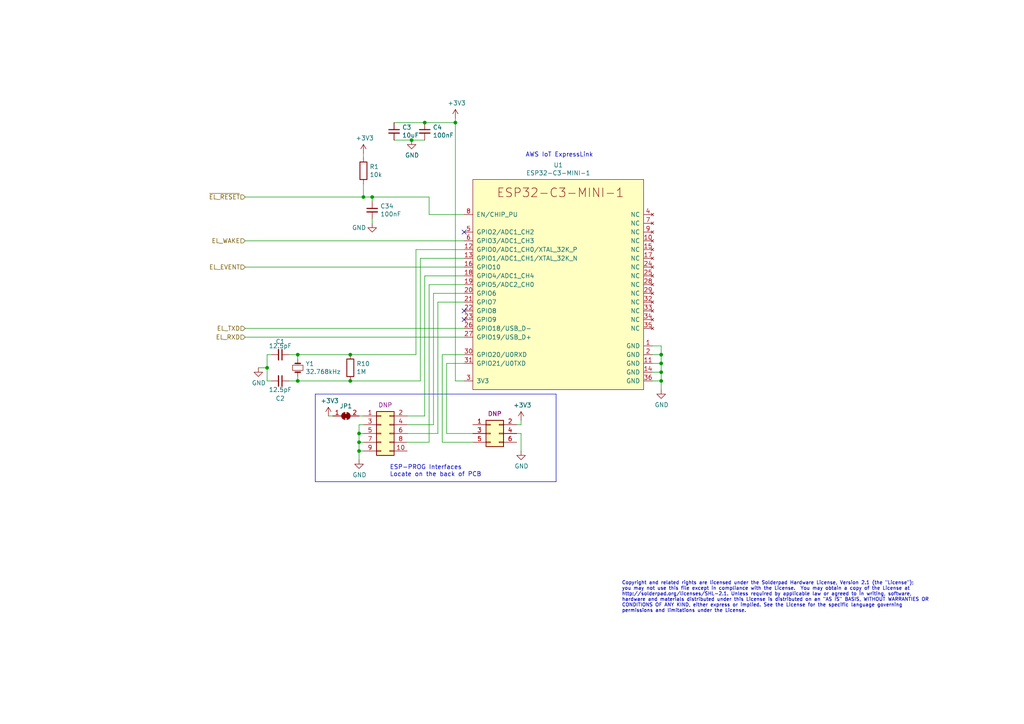
<source format=kicad_sch>
(kicad_sch (version 20231120) (generator "eeschema") (generator_version "8.0")
  (paper "A4")
  (lib_symbols
    (symbol "Connector_Generic:Conn_02x03_Odd_Even" (pin_names (offset 1.016) hide)
      (property "Reference" "J" (at 1.27 5.08 0))
      (property "Value" "Conn_02x03_Odd_Even" (at 1.27 -5.08 0))
      (symbol "Conn_02x03_Odd_Even_1_1"
        (rectangle (start -1.27 -2.413) (end 0 -2.667) (stroke (width 0.1524)))
        (rectangle (start -1.27 0.127) (end 0 -0.127) (stroke (width 0.1524)))
        (rectangle (start -1.27 2.667) (end 0 2.413) (stroke (width 0.1524)))
        (rectangle (start -1.27 3.81) (end 3.81 -3.81) (stroke (width 0.254)) (fill (type background)))
        (rectangle (start 3.81 -2.413) (end 2.54 -2.667) (stroke (width 0.1524)))
        (rectangle (start 3.81 0.127) (end 2.54 -0.127) (stroke (width 0.1524)))
        (rectangle (start 3.81 2.667) (end 2.54 2.413) (stroke (width 0.1524)))
        (pin passive line (at -5.08 2.54 0) (length 3.81) (name "Pin_1") (number "1"))
        (pin passive line (at 7.62 2.54 180) (length 3.81) (name "Pin_2") (number "2"))
        (pin passive line (at -5.08 0 0) (length 3.81) (name "Pin_3") (number "3"))
        (pin passive line (at 7.62 0 180) (length 3.81) (name "Pin_4") (number "4"))
        (pin passive line (at -5.08 -2.54 0) (length 3.81) (name "Pin_5") (number "5"))
        (pin passive line (at 7.62 -2.54 180) (length 3.81) (name "Pin_6") (number "6"))
      )
    )
    (symbol "Connector_Generic:Conn_02x05_Odd_Even" (pin_names (offset 1.016) hide)
      (property "Reference" "J" (at 1.27 7.62 0))
      (property "Value" "Conn_02x05_Odd_Even" (at 1.27 -7.62 0))
      (symbol "Conn_02x05_Odd_Even_1_1"
        (rectangle (start -1.27 -4.953) (end 0 -5.207) (stroke (width 0.1524)))
        (rectangle (start -1.27 -2.413) (end 0 -2.667) (stroke (width 0.1524)))
        (rectangle (start -1.27 0.127) (end 0 -0.127) (stroke (width 0.1524)))
        (rectangle (start -1.27 2.667) (end 0 2.413) (stroke (width 0.1524)))
        (rectangle (start -1.27 5.207) (end 0 4.953) (stroke (width 0.1524)))
        (rectangle (start -1.27 6.35) (end 3.81 -6.35) (stroke (width 0.254)) (fill (type background)))
        (rectangle (start 3.81 -4.953) (end 2.54 -5.207) (stroke (width 0.1524)))
        (rectangle (start 3.81 -2.413) (end 2.54 -2.667) (stroke (width 0.1524)))
        (rectangle (start 3.81 0.127) (end 2.54 -0.127) (stroke (width 0.1524)))
        (rectangle (start 3.81 2.667) (end 2.54 2.413) (stroke (width 0.1524)))
        (rectangle (start 3.81 5.207) (end 2.54 4.953) (stroke (width 0.1524)))
        (pin passive line (at -5.08 5.08 0) (length 3.81) (name "Pin_1") (number "1"))
        (pin passive line (at 7.62 -5.08 180) (length 3.81) (name "Pin_10") (number "10"))
        (pin passive line (at 7.62 5.08 180) (length 3.81) (name "Pin_2") (number "2"))
        (pin passive line (at -5.08 2.54 0) (length 3.81) (name "Pin_3") (number "3"))
        (pin passive line (at 7.62 2.54 180) (length 3.81) (name "Pin_4") (number "4"))
        (pin passive line (at -5.08 0 0) (length 3.81) (name "Pin_5") (number "5"))
        (pin passive line (at 7.62 0 180) (length 3.81) (name "Pin_6") (number "6"))
        (pin passive line (at -5.08 -2.54 0) (length 3.81) (name "Pin_7") (number "7"))
        (pin passive line (at 7.62 -2.54 180) (length 3.81) (name "Pin_8") (number "8"))
        (pin passive line (at -5.08 -5.08 0) (length 3.81) (name "Pin_9") (number "9"))
      )
    )
    (symbol "Device:C_Small" (pin_numbers hide) (pin_names (offset 0.254) hide)
      (property "Reference" "C" (at 0.254 1.778 0))
      (property "Value" "C_Small" (at 0.254 -2.032 0))
      (symbol "C_Small_0_1"
        (polyline (pts (xy -1.524 -0.508) (xy 1.524 -0.508)) (stroke (width 0.3302)))
        (polyline (pts (xy -1.524 0.508) (xy 1.524 0.508)) (stroke (width 0.3048)))
      )
      (symbol "C_Small_1_1"
        (pin passive line (at 0 2.54 270) (length 2.032) (name "~") (number "1"))
        (pin passive line (at 0 -2.54 90) (length 2.032) (name "~") (number "2"))
      )
    )
    (symbol "Device:Crystal_Small" (pin_numbers hide) (pin_names (offset 1.016) hide)
      (property "Reference" "Y" (at 0 2.54 0))
      (property "Value" "Crystal_Small" (at 0 -2.54 0))
      (symbol "Crystal_Small_0_1"
        (rectangle (start -0.762 -1.524) (end 0.762 1.524))
        (polyline (pts (xy -1.27 -0.762) (xy -1.27 0.762)) (stroke (width 0.381)))
        (polyline (pts (xy 1.27 -0.762) (xy 1.27 0.762)) (stroke (width 0.381)))
      )
      (symbol "Crystal_Small_1_1"
        (pin passive line (at -2.54 0 0) (length 1.27) (name "1") (number "1"))
        (pin passive line (at 2.54 0 180) (length 1.27) (name "2") (number "2"))
      )
    )
    (symbol "Device:R" (pin_numbers hide) (pin_names (offset 0))
      (property "Reference" "R" (at 2.032 0 90))
      (property "Value" "R" (at 0 0 90))
      (symbol "R_0_1"
        (rectangle (start -1.016 -2.54) (end 1.016 2.54) (stroke (width 0.254)))
      )
      (symbol "R_1_1"
        (pin passive line (at 0 3.81 270) (length 1.27) (name "~") (number "1"))
        (pin passive line (at 0 -3.81 90) (length 1.27) (name "~") (number "2"))
      )
    )
    (symbol "Espressif_modules:ESP32-C3-MINI-1" (pin_names (offset 1.016))
      (property "Reference" "U" (at 0 33.02 0))
      (property "Value" "Espressif_modules_ESP32-C3-MINI-1" (at 0 -30.48 0))
      (symbol "ESP32-C3-MINI-1_0_0"
        (text "ESP32-C3-MINI-1" (at 1.27 27.94 0) (effects (font (size 2.54 2.54))))
      )
      (symbol "ESP32-C3-MINI-1_0_1"
        (rectangle (start -24.13 31.75) (end 25.4 -29.21) (fill (type background)))
      )
      (symbol "ESP32-C3-MINI-1_1_1"
        (pin power_in line (at 27.94 -16.51 180) (length 2.54) (name "GND") (number "1"))
        (pin no_connect line (at 27.94 13.97 180) (length 2.54) (name "NC") (number "10"))
        (pin power_in line (at 27.94 -21.59 180) (length 2.54) (name "GND") (number "11"))
        (pin bidirectional line (at -26.67 11.43 0) (length 2.54) (name "GPIO0/ADC1_CH0/XTAL_32K_P") (number "12"))
        (pin bidirectional line (at -26.67 8.89 0) (length 2.54) (name "GPIO1/ADC1_CH1/XTAL_32K_N") (number "13"))
        (pin power_in line (at 27.94 -24.13 180) (length 2.54) (name "GND") (number "14"))
        (pin no_connect line (at 27.94 11.43 180) (length 2.54) (name "NC") (number "15"))
        (pin bidirectional line (at -26.67 6.35 0) (length 2.54) (name "GPIO10") (number "16"))
        (pin no_connect line (at 27.94 8.89 180) (length 2.54) (name "NC") (number "17"))
        (pin bidirectional line (at -26.67 3.81 0) (length 2.54) (name "GPIO4/ADC1_CH4") (number "18"))
        (pin bidirectional line (at -26.67 1.27 0) (length 2.54) (name "GPIO5/ADC2_CH0") (number "19"))
        (pin power_in line (at 27.94 -19.05 180) (length 2.54) (name "GND") (number "2"))
        (pin bidirectional line (at -26.67 -1.27 0) (length 2.54) (name "GPIO6") (number "20"))
        (pin bidirectional line (at -26.67 -3.81 0) (length 2.54) (name "GPIO7") (number "21"))
        (pin bidirectional line (at -26.67 -6.35 0) (length 2.54) (name "GPIO8") (number "22"))
        (pin bidirectional line (at -26.67 -8.89 0) (length 2.54) (name "GPIO9") (number "23"))
        (pin no_connect line (at 27.94 6.35 180) (length 2.54) (name "NC") (number "24"))
        (pin no_connect line (at 27.94 3.81 180) (length 2.54) (name "NC") (number "25"))
        (pin bidirectional line (at -26.67 -11.43 0) (length 2.54) (name "GPIO18/USB_D-") (number "26"))
        (pin bidirectional line (at -26.67 -13.97 0) (length 2.54) (name "GPIO19/USB_D+") (number "27"))
        (pin no_connect line (at 27.94 1.27 180) (length 2.54) (name "NC") (number "28"))
        (pin no_connect line (at 27.94 -1.27 180) (length 2.54) (name "NC") (number "29"))
        (pin power_in line (at -26.67 -26.67 0) (length 2.54) (name "3V3") (number "3"))
        (pin bidirectional line (at -26.67 -19.05 0) (length 2.54) (name "GPIO20/U0RXD") (number "30"))
        (pin bidirectional line (at -26.67 -21.59 0) (length 2.54) (name "GPIO21/U0TXD") (number "31"))
        (pin no_connect line (at 27.94 -3.81 180) (length 2.54) (name "NC") (number "32"))
        (pin no_connect line (at 27.94 -6.35 180) (length 2.54) (name "NC") (number "33"))
        (pin no_connect line (at 27.94 -8.89 180) (length 2.54) (name "NC") (number "34"))
        (pin no_connect line (at 27.94 -11.43 180) (length 2.54) (name "NC") (number "35"))
        (pin power_in line (at 27.94 -26.67 180) (length 2.54) (name "GND") (number "36"))
        (pin no_connect line (at 27.94 21.59 180) (length 2.54) (name "NC") (number "4"))
        (pin bidirectional line (at -26.67 16.51 0) (length 2.54) (name "GPIO2/ADC1_CH2") (number "5"))
        (pin bidirectional line (at -26.67 13.97 0) (length 2.54) (name "GPIO3/ADC1_CH3") (number "6"))
        (pin no_connect line (at 27.94 19.05 180) (length 2.54) (name "NC") (number "7"))
        (pin input line (at -26.67 21.59 0) (length 2.54) (name "EN/CHIP_PU") (number "8"))
        (pin no_connect line (at 27.94 16.51 180) (length 2.54) (name "NC") (number "9"))
      )
    )
    (symbol "Jumper:SolderJumper_2_Bridged" (pin_names (offset 0) hide)
      (property "Reference" "JP" (at 0 2.032 0))
      (property "Value" "SolderJumper_2_Bridged" (at 0 -2.54 0))
      (symbol "SolderJumper_2_Bridged_0_1"
        (rectangle (start -0.508 0.508) (end 0.508 -0.508) (fill (type outline)))
        (arc (start -0.254 1.016) (mid -1.2656 0) (end -0.254 -1.016))
        (arc (start -0.254 1.016) (mid -1.2656 0) (end -0.254 -1.016) (fill (type outline)))
        (polyline (pts (xy -0.254 1.016) (xy -0.254 -1.016)))
        (polyline (pts (xy 0.254 1.016) (xy 0.254 -1.016)))
        (arc (start 0.254 -1.016) (mid 1.2656 0) (end 0.254 1.016))
        (arc (start 0.254 -1.016) (mid 1.2656 0) (end 0.254 1.016) (fill (type outline)))
      )
      (symbol "SolderJumper_2_Bridged_1_1"
        (pin passive line (at -3.81 0 0) (length 2.54) (name "A") (number "1"))
        (pin passive line (at 3.81 0 180) (length 2.54) (name "B") (number "2"))
      )
    )
    (symbol "power:+3.3V" (power) (pin_names (offset 0))
      (property "Value" "+3.3V" (at 0 3.556 0))
      (symbol "+3.3V_0_1"
        (polyline (pts (xy -0.762 1.27) (xy 0 2.54)))
        (polyline (pts (xy 0 0) (xy 0 2.54)))
        (polyline (pts (xy 0 2.54) (xy 0.762 1.27)))
      )
      (symbol "+3.3V_1_1"
        (pin power_in line (at 0 0 90) (length 0) hide (name "+3V3") (number "1"))
      )
    )
    (symbol "power:GND" (power) (pin_names (offset 0))
      (property "Value" "GND" (at 0 -3.81 0))
      (symbol "GND_0_1"
        (polyline (pts (xy 0 0) (xy 0 -1.27) (xy 1.27 -1.27) (xy 0 -2.54) (xy -1.27 -1.27) (xy 0 -1.27)))
      )
      (symbol "GND_1_1"
        (pin power_in line (at 0 0 270) (length 0) hide (name "GND") (number "1"))
      )
    )
  )
  (junction (at 105.41 57.15))
  (junction (at 101.6 102.87))
  (junction (at 191.77 105.41))
  (junction (at 77.47 106.68))
  (junction (at 104.14 130.81))
  (junction (at 101.6 110.49))
  (junction (at 123.19 35.56))
  (junction (at 119.38 40.64))
  (junction (at 132.08 35.56))
  (junction (at 104.14 128.27))
  (junction (at 107.95 57.15))
  (junction (at 104.14 125.73))
  (junction (at 86.36 102.87))
  (junction (at 191.77 110.49))
  (junction (at 191.77 102.87))
  (junction (at 191.77 107.95))
  (junction (at 86.36 110.49))
  (no_connect (at 134.62 90.17))
  (no_connect (at 134.62 67.31))
  (no_connect (at 134.62 92.71))
  (wire (pts (xy 134.62 82.55) (xy 124.46 82.55)))
  (wire (pts (xy 128.27 102.87) (xy 128.27 128.27)))
  (wire (pts (xy 86.36 102.87) (xy 101.6 102.87)))
  (wire (pts (xy 128.27 128.27) (xy 137.16 128.27)))
  (wire (pts (xy 189.23 102.87) (xy 191.77 102.87)))
  (wire (pts (xy 83.82 110.49) (xy 86.36 110.49)))
  (wire (pts (xy 127 125.73) (xy 118.11 125.73)))
  (wire (pts (xy 105.41 44.45) (xy 105.41 45.72)))
  (wire (pts (xy 101.6 102.87) (xy 120.65 102.87)))
  (wire (pts (xy 124.46 57.15) (xy 107.95 57.15)))
  (wire (pts (xy 134.62 110.49) (xy 132.08 110.49)))
  (wire (pts (xy 71.12 69.85) (xy 134.62 69.85)))
  (wire (pts (xy 86.36 102.87) (xy 86.36 104.14)))
  (wire (pts (xy 123.19 35.56) (xy 132.08 35.56)))
  (wire (pts (xy 71.12 77.47) (xy 134.62 77.47)))
  (wire (pts (xy 86.36 110.49) (xy 101.6 110.49)))
  (wire (pts (xy 127 87.63) (xy 127 125.73)))
  (wire (pts (xy 132.08 35.56) (xy 132.08 34.29)))
  (wire (pts (xy 77.47 102.87) (xy 78.74 102.87)))
  (wire (pts (xy 189.23 105.41) (xy 191.77 105.41)))
  (polyline (pts (xy 161.29 114.3) (xy 161.29 139.7)))
  (wire (pts (xy 123.19 40.64) (xy 119.38 40.64)))
  (wire (pts (xy 149.86 123.19) (xy 151.13 123.19)))
  (wire (pts (xy 191.77 102.87) (xy 191.77 105.41)))
  (wire (pts (xy 129.54 125.73) (xy 137.16 125.73)))
  (wire (pts (xy 134.62 102.87) (xy 128.27 102.87)))
  (wire (pts (xy 189.23 100.33) (xy 191.77 100.33)))
  (wire (pts (xy 124.46 128.27) (xy 118.11 128.27)))
  (wire (pts (xy 125.73 123.19) (xy 118.11 123.19)))
  (wire (pts (xy 77.47 106.68) (xy 77.47 110.49)))
  (wire (pts (xy 104.14 123.19) (xy 104.14 125.73)))
  (wire (pts (xy 71.12 95.25) (xy 134.62 95.25)))
  (wire (pts (xy 104.14 125.73) (xy 104.14 128.27)))
  (wire (pts (xy 107.95 57.15) (xy 105.41 57.15)))
  (wire (pts (xy 189.23 110.49) (xy 191.77 110.49)))
  (wire (pts (xy 104.14 128.27) (xy 104.14 130.81)))
  (wire (pts (xy 101.6 110.49) (xy 121.92 110.49)))
  (wire (pts (xy 134.62 85.09) (xy 125.73 85.09)))
  (wire (pts (xy 107.95 57.15) (xy 107.95 58.42)))
  (wire (pts (xy 134.62 87.63) (xy 127 87.63)))
  (wire (pts (xy 124.46 57.15) (xy 124.46 62.23)))
  (wire (pts (xy 74.93 106.68) (xy 77.47 106.68)))
  (wire (pts (xy 114.3 35.56) (xy 123.19 35.56)))
  (wire (pts (xy 107.95 63.5) (xy 107.95 64.77)))
  (wire (pts (xy 123.19 120.65) (xy 118.11 120.65)))
  (wire (pts (xy 134.62 80.01) (xy 123.19 80.01)))
  (wire (pts (xy 120.65 72.39) (xy 134.62 72.39)))
  (polyline (pts (xy 91.44 139.7) (xy 91.44 114.3)))
  (wire (pts (xy 189.23 107.95) (xy 191.77 107.95)))
  (wire (pts (xy 134.62 105.41) (xy 129.54 105.41)))
  (wire (pts (xy 132.08 110.49) (xy 132.08 35.56)))
  (wire (pts (xy 77.47 102.87) (xy 77.47 106.68)))
  (wire (pts (xy 104.14 130.81) (xy 104.14 133.35)))
  (wire (pts (xy 105.41 125.73) (xy 104.14 125.73)))
  (wire (pts (xy 105.41 57.15) (xy 71.12 57.15)))
  (wire (pts (xy 124.46 62.23) (xy 134.62 62.23)))
  (polyline (pts (xy 91.44 114.3) (xy 161.29 114.3)))
  (wire (pts (xy 123.19 80.01) (xy 123.19 120.65)))
  (wire (pts (xy 121.92 110.49) (xy 121.92 74.93)))
  (wire (pts (xy 105.41 120.65) (xy 104.14 120.65)))
  (wire (pts (xy 105.41 123.19) (xy 104.14 123.19)))
  (wire (pts (xy 119.38 40.64) (xy 114.3 40.64)))
  (wire (pts (xy 124.46 82.55) (xy 124.46 128.27)))
  (wire (pts (xy 191.77 105.41) (xy 191.77 107.95)))
  (wire (pts (xy 151.13 123.19) (xy 151.13 121.92)))
  (wire (pts (xy 105.41 53.34) (xy 105.41 57.15)))
  (wire (pts (xy 78.74 110.49) (xy 77.47 110.49)))
  (wire (pts (xy 105.41 128.27) (xy 104.14 128.27)))
  (wire (pts (xy 149.86 125.73) (xy 151.13 125.73)))
  (wire (pts (xy 86.36 109.22) (xy 86.36 110.49)))
  (wire (pts (xy 125.73 85.09) (xy 125.73 123.19)))
  (polyline (pts (xy 161.29 139.7) (xy 91.44 139.7)))
  (wire (pts (xy 71.12 97.79) (xy 134.62 97.79)))
  (wire (pts (xy 151.13 125.73) (xy 151.13 130.81)))
  (wire (pts (xy 121.92 74.93) (xy 134.62 74.93)))
  (wire (pts (xy 120.65 102.87) (xy 120.65 72.39)))
  (wire (pts (xy 129.54 105.41) (xy 129.54 125.73)))
  (wire (pts (xy 191.77 107.95) (xy 191.77 110.49)))
  (wire (pts (xy 96.52 120.65) (xy 95.25 120.65)))
  (wire (pts (xy 191.77 110.49) (xy 191.77 113.03)))
  (wire (pts (xy 105.41 130.81) (xy 104.14 130.81)))
  (wire (pts (xy 83.82 102.87) (xy 86.36 102.87)))
  (wire (pts (xy 191.77 100.33) (xy 191.77 102.87)))
  (text "Copyright and related rights are licensed under the Solderpad Hardware License, Version 2.1 (the \"License\");\nyou may not use this file except in compliance with the License.  You may obtain a copy of the License at\nhttp://solderpad.org/licenses/SHL-2.1. Unless required by applicable law or agreed to in writing, software,\nhardware and materials distributed under this License is distributed on an \"AS IS\" BASIS, WITHOUT WARRANTIES OR\nCONDITIONS OF ANY KIND, either express or implied. See the License for the specific language governing\npermissions and limitations under the License.\n" (at 180.34 177.8 0) (effects (font (size 1 1)) (justify left bottom)))
  (text "AWS IoT ExpressLink" (at 152.4 45.72 0) (effects (font (size 1.27 1.27)) (justify left bottom)))
  (text "ESP-PROG Interfaces\nLocate on the back of PCB" (at 113.03 138.43 0) (effects (font (size 1.27 1.27)) (justify left bottom)))
  (hierarchical_label "EL_TXD" (shape input) (at 71.12 95.25 180))
  (hierarchical_label "EL_EVENT" (shape input) (at 71.12 77.47 180))
  (hierarchical_label "EL_RXD" (shape input) (at 71.12 97.79 180))
  (hierarchical_label "EL_WAKE" (shape input) (at 71.12 69.85 180))
  (hierarchical_label "~{EL_RESET}" (shape input) (at 71.12 57.15 180))
  (symbol (lib_id "Connector_Generic:Conn_02x03_Odd_Even") (at 142.24 125.73 0) (unit 1)
    (property "Reference" "J2" (effects (hide yes)))
    (property "Value" "Conn_02x03_Odd_Even" (effects (hide yes)))
    (property "Footprint" "Connector_PinHeader_1.27mm:PinHeader_2x03_P1.27mm_Vertical_SMD" (effects (hide yes)))
    (property "Populate" "DNP" (at 143.51 120.015 0))
  )
  (symbol (lib_id "power:GND") (at 107.95 64.77 0) (unit 1)
    (property "Reference" "#PWR025" (effects (hide yes)))
    (property "Value" "GND" (at 104.14 66.04 0))
  )
  (symbol (lib_id "Device:C_Small") (at 81.28 102.87 270) (unit 1)
    (property "Reference" "C1" (at 81.28 99.06 90))
    (property "Value" "12.5pF" (at 81.28 100.33 90))
    (property "Footprint" "Capacitor_SMD:C_0603_1608Metric" (effects (hide yes)))
  )
  (symbol (lib_id "power:GND") (at 104.14 133.35 0) (unit 1)
    (property "Reference" "#PWR03" (effects (hide yes)))
    (property "Value" "GND" (at 104.267 137.7442 0))
  )
  (symbol (lib_id "power:+3.3V") (at 105.41 44.45 0) (unit 1)
    (property "Reference" "#PWR04" (effects (hide yes)))
    (property "Value" "+3V3" (at 105.791 40.0558 0))
  )
  (symbol (lib_id "power:+3.3V") (at 151.13 121.92 0) (unit 1)
    (property "Reference" "#PWR07" (effects (hide yes)))
    (property "Value" "+3V3" (at 151.511 117.5258 0))
  )
  (symbol (lib_id "Connector_Generic:Conn_02x05_Odd_Even") (at 110.49 125.73 0) (unit 1)
    (property "Reference" "J1" (effects (hide yes)))
    (property "Value" "Conn_02x05_Odd_Even" (effects (hide yes)))
    (property "Footprint" "Connector_PinHeader_1.27mm:PinHeader_2x05_P1.27mm_Vertical_SMD" (effects (hide yes)))
    (property "Populate" "DNP" (at 111.76 117.475 0))
  )
  (symbol (lib_id "Device:R") (at 105.41 49.53 0) (unit 1)
    (property "Reference" "R1" (at 107.188 48.3616 0) (effects (justify left)))
    (property "Value" "10k" (at 107.188 50.673 0) (effects (justify left)))
    (property "Footprint" "Resistor_SMD:R_0603_1608Metric_Pad0.98x0.95mm_HandSolder" (effects (hide yes)))
  )
  (symbol (lib_id "power:+3.3V") (at 132.08 34.29 0) (unit 1)
    (property "Reference" "#PWR06" (effects (hide yes)))
    (property "Value" "+3V3" (at 132.461 29.8958 0))
  )
  (symbol (lib_id "power:GND") (at 191.77 113.03 0) (unit 1)
    (property "Reference" "#PWR09" (effects (hide yes)))
    (property "Value" "GND" (at 191.897 117.4242 0))
  )
  (symbol (lib_id "Device:R") (at 101.6 106.68 0) (unit 1)
    (property "Reference" "R10" (at 103.378 105.5116 0) (effects (justify left)))
    (property "Value" "1M" (at 103.378 107.823 0) (effects (justify left)))
    (property "Footprint" "Resistor_SMD:R_0603_1608Metric_Pad0.98x0.95mm_HandSolder" (effects (hide yes)))
  )
  (symbol (lib_id "power:+3.3V") (at 95.25 120.65 0) (unit 1)
    (property "Reference" "#PWR02" (effects (hide yes)))
    (property "Value" "+3V3" (at 95.631 116.2558 0))
  )
  (symbol (lib_id "Device:C_Small") (at 81.28 110.49 270) (unit 1)
    (property "Reference" "C2" (at 81.28 115.57 90))
    (property "Value" "12.5pF" (at 81.28 113.03 90))
    (property "Footprint" "Capacitor_SMD:C_0603_1608Metric" (effects (hide yes)))
  )
  (symbol (lib_id "power:GND") (at 74.93 106.68 0) (unit 1)
    (property "Reference" "#PWR01" (effects (hide yes)))
    (property "Value" "GND" (at 75.057 111.0742 0))
  )
  (symbol (lib_id "Device:C_Small") (at 123.19 38.1 0) (mirror y) (unit 1)
    (property "Reference" "C4" (at 125.5268 36.9316 0) (effects (justify right)))
    (property "Value" "100nF" (at 125.5268 39.243 0) (effects (justify right)))
    (property "Footprint" "Capacitor_SMD:C_0603_1608Metric" (effects (hide yes)))
    (property "Voltage" "6.3" (effects (hide yes)))
  )
  (symbol (lib_id "power:GND") (at 151.13 130.81 0) (unit 1)
    (property "Reference" "#PWR08" (effects (hide yes)))
    (property "Value" "GND" (at 151.257 135.2042 0))
  )
  (symbol (lib_id "Device:C_Small") (at 114.3 38.1 0) (mirror y) (unit 1)
    (property "Reference" "C3" (at 116.6368 36.9316 0) (effects (justify right)))
    (property "Value" "10uF" (at 116.6368 39.243 0) (effects (justify right)))
    (property "Footprint" "Capacitor_SMD:C_0603_1608Metric" (effects (hide yes)))
    (property "Voltage" "6.3" (effects (hide yes)))
  )
  (symbol (lib_id "Jumper:SolderJumper_2_Bridged") (at 100.33 120.65 0) (unit 1)
    (property "Reference" "JP1" (at 100.33 117.7798 0))
    (property "Value" "SolderJumper_2_Bridged" (effects (hide yes)))
    (property "Footprint" "Jumper:SolderJumper-2_P1.3mm_Bridged_RoundedPad1.0x1.5mm" (effects (hide yes)))
  )
  (symbol (lib_id "Device:C_Small") (at 107.95 60.96 0) (mirror y) (unit 1)
    (property "Reference" "C34" (at 110.2868 59.7916 0) (effects (justify right)))
    (property "Value" "100nF" (at 110.2868 62.103 0) (effects (justify right)))
    (property "Footprint" "Capacitor_SMD:C_0603_1608Metric" (effects (hide yes)))
    (property "Voltage" "6.3" (effects (hide yes)))
  )
  (symbol (lib_id "Espressif_modules:ESP32-C3-MINI-1") (at 161.29 83.82 0) (unit 1)
    (property "Reference" "U1" (at 161.925 47.879 0))
    (property "Value" "ESP32-C3-MINI-1" (at 161.925 50.1904 0))
    (property "Footprint" "espressif:ESP32-C3-MINI-1" (effects (hide yes)))
    (property "Datasheet" "https://www.espressif.com/sites/default/files/documentation/esp32-c3-mini-1_datasheet_en.pdf" (effects (hide yes)))
  )
  (symbol (lib_id "Device:Crystal_Small") (at 86.36 106.68 270) (unit 1)
    (property "Reference" "Y1" (at 88.5952 105.5116 90) (effects (justify left)))
    (property "Value" "32.768kHz" (at 88.5952 107.823 90) (effects (justify left)))
    (property "Footprint" "Crystal:Crystal_SMD_MicroCrystal_CC7V-T1A-2Pin_3.2x1.5mm_HandSoldering" (effects (hide yes)))
  )
  (symbol (lib_id "power:GND") (at 119.38 40.64 0) (unit 1)
    (property "Reference" "#PWR05" (effects (hide yes)))
    (property "Value" "GND" (at 119.507 45.0342 0))
  )
)
</source>
